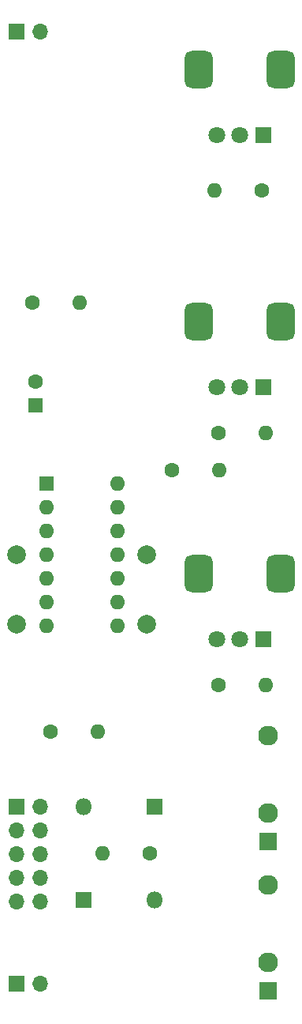
<source format=gbr>
%TF.GenerationSoftware,KiCad,Pcbnew,(6.0.4-0)*%
%TF.CreationDate,2022-12-20T09:13:06-08:00*%
%TF.ProjectId,reverb_v2,72657665-7262-45f7-9632-2e6b69636164,rev?*%
%TF.SameCoordinates,Original*%
%TF.FileFunction,Soldermask,Top*%
%TF.FilePolarity,Negative*%
%FSLAX46Y46*%
G04 Gerber Fmt 4.6, Leading zero omitted, Abs format (unit mm)*
G04 Created by KiCad (PCBNEW (6.0.4-0)) date 2022-12-20 09:13:06*
%MOMM*%
%LPD*%
G01*
G04 APERTURE LIST*
G04 Aperture macros list*
%AMRoundRect*
0 Rectangle with rounded corners*
0 $1 Rounding radius*
0 $2 $3 $4 $5 $6 $7 $8 $9 X,Y pos of 4 corners*
0 Add a 4 corners polygon primitive as box body*
4,1,4,$2,$3,$4,$5,$6,$7,$8,$9,$2,$3,0*
0 Add four circle primitives for the rounded corners*
1,1,$1+$1,$2,$3*
1,1,$1+$1,$4,$5*
1,1,$1+$1,$6,$7*
1,1,$1+$1,$8,$9*
0 Add four rect primitives between the rounded corners*
20,1,$1+$1,$2,$3,$4,$5,0*
20,1,$1+$1,$4,$5,$6,$7,0*
20,1,$1+$1,$6,$7,$8,$9,0*
20,1,$1+$1,$8,$9,$2,$3,0*%
G04 Aperture macros list end*
%ADD10C,1.600000*%
%ADD11O,1.600000X1.600000*%
%ADD12C,2.000000*%
%ADD13R,1.600000X1.600000*%
%ADD14R,1.700000X1.700000*%
%ADD15O,1.700000X1.700000*%
%ADD16R,1.800000X1.800000*%
%ADD17O,1.800000X1.800000*%
%ADD18C,1.800000*%
%ADD19RoundRect,0.750000X0.750000X-1.250000X0.750000X1.250000X-0.750000X1.250000X-0.750000X-1.250000X0*%
%ADD20R,1.930000X1.830000*%
%ADD21C,2.130000*%
G04 APERTURE END LIST*
D10*
%TO.C,R6*%
X165685000Y-87000000D03*
D11*
X170765000Y-87000000D03*
%TD*%
D10*
%TO.C,R2*%
X160685000Y-91000000D03*
D11*
X165765000Y-91000000D03*
%TD*%
D10*
%TO.C,R1*%
X158315000Y-132000000D03*
D11*
X153235000Y-132000000D03*
%TD*%
D12*
%TO.C,C3*%
X158000000Y-100000000D03*
X158000000Y-107500000D03*
%TD*%
D13*
%TO.C,U1*%
X147200000Y-92375000D03*
D11*
X147200000Y-94915000D03*
X147200000Y-97455000D03*
X147200000Y-99995000D03*
X147200000Y-102535000D03*
X147200000Y-105075000D03*
X147200000Y-107615000D03*
X154820000Y-107615000D03*
X154820000Y-105075000D03*
X154820000Y-102535000D03*
X154820000Y-99995000D03*
X154820000Y-97455000D03*
X154820000Y-94915000D03*
X154820000Y-92375000D03*
%TD*%
D14*
%TO.C,J5*%
X144000000Y-127000000D03*
D15*
X146540000Y-127000000D03*
X144000000Y-129540000D03*
X146540000Y-129540000D03*
X144000000Y-132080000D03*
X146540000Y-132080000D03*
X144000000Y-134620000D03*
X146540000Y-134620000D03*
X144000000Y-137160000D03*
X146540000Y-137160000D03*
%TD*%
D10*
%TO.C,R5*%
X170315000Y-61000000D03*
D11*
X165235000Y-61000000D03*
%TD*%
D10*
%TO.C,R4*%
X147685000Y-119000000D03*
D11*
X152765000Y-119000000D03*
%TD*%
D14*
%TO.C,J1*%
X144000000Y-146000000D03*
D15*
X146540000Y-146000000D03*
%TD*%
D16*
%TO.C,D1*%
X151190000Y-137000000D03*
D17*
X158810000Y-137000000D03*
%TD*%
D13*
%TO.C,C1*%
X146000000Y-84000000D03*
D10*
X146000000Y-81500000D03*
%TD*%
%TO.C,R3*%
X165685000Y-114000000D03*
D11*
X170765000Y-114000000D03*
%TD*%
D14*
%TO.C,J4*%
X144000000Y-44000000D03*
D15*
X146540000Y-44000000D03*
%TD*%
D16*
%TO.C,D2*%
X158810000Y-127000000D03*
D17*
X151190000Y-127000000D03*
%TD*%
D10*
%TO.C,R_filter1*%
X145685000Y-73000000D03*
D11*
X150765000Y-73000000D03*
%TD*%
D12*
%TO.C,C2*%
X144000000Y-100000000D03*
X144000000Y-107500000D03*
%TD*%
D16*
%TO.C,RV_dry/wet1*%
X170500000Y-55050000D03*
D18*
X168000000Y-55050000D03*
X165500000Y-55050000D03*
D19*
X163600000Y-48050000D03*
X172400000Y-48050000D03*
%TD*%
D16*
%TO.C,RV_send_gain1*%
X170500000Y-82050000D03*
D18*
X168000000Y-82050000D03*
X165500000Y-82050000D03*
D19*
X163600000Y-75050000D03*
X172400000Y-75050000D03*
%TD*%
D20*
%TO.C,J3*%
X171000000Y-130780000D03*
D21*
X171000000Y-119380000D03*
X171000000Y-127680000D03*
%TD*%
D20*
%TO.C,J6*%
X171000000Y-146780000D03*
D21*
X171000000Y-135380000D03*
X171000000Y-143680000D03*
%TD*%
D16*
%TO.C,RV_return_gain1*%
X170500000Y-109050000D03*
D18*
X168000000Y-109050000D03*
X165500000Y-109050000D03*
D19*
X163600000Y-102050000D03*
X172400000Y-102050000D03*
%TD*%
M02*

</source>
